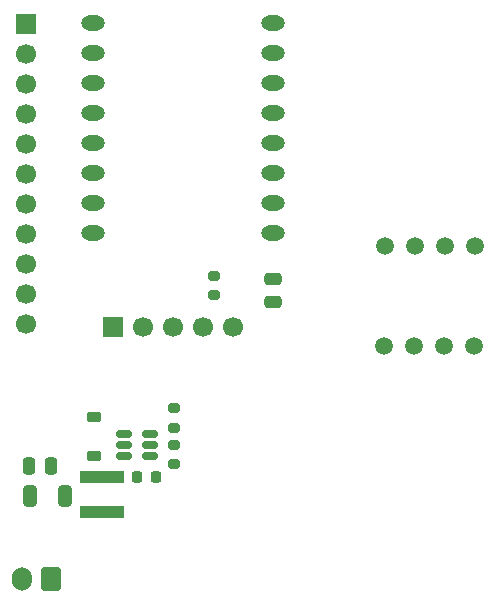
<source format=gts>
%TF.GenerationSoftware,KiCad,Pcbnew,9.0.7*%
%TF.CreationDate,2026-02-24T20:15:18+00:00*%
%TF.ProjectId,AD5M,4144354d-2e6b-4696-9361-645f70636258,rev?*%
%TF.SameCoordinates,Original*%
%TF.FileFunction,Soldermask,Top*%
%TF.FilePolarity,Negative*%
%FSLAX46Y46*%
G04 Gerber Fmt 4.6, Leading zero omitted, Abs format (unit mm)*
G04 Created by KiCad (PCBNEW 9.0.7) date 2026-02-24 20:15:18*
%MOMM*%
%LPD*%
G01*
G04 APERTURE LIST*
G04 Aperture macros list*
%AMRoundRect*
0 Rectangle with rounded corners*
0 $1 Rounding radius*
0 $2 $3 $4 $5 $6 $7 $8 $9 X,Y pos of 4 corners*
0 Add a 4 corners polygon primitive as box body*
4,1,4,$2,$3,$4,$5,$6,$7,$8,$9,$2,$3,0*
0 Add four circle primitives for the rounded corners*
1,1,$1+$1,$2,$3*
1,1,$1+$1,$4,$5*
1,1,$1+$1,$6,$7*
1,1,$1+$1,$8,$9*
0 Add four rect primitives between the rounded corners*
20,1,$1+$1,$2,$3,$4,$5,0*
20,1,$1+$1,$4,$5,$6,$7,0*
20,1,$1+$1,$6,$7,$8,$9,0*
20,1,$1+$1,$8,$9,$2,$3,0*%
G04 Aperture macros list end*
%ADD10R,1.700000X1.700000*%
%ADD11C,1.700000*%
%ADD12C,1.500000*%
%ADD13RoundRect,0.200000X0.275000X-0.200000X0.275000X0.200000X-0.275000X0.200000X-0.275000X-0.200000X0*%
%ADD14RoundRect,0.250000X0.600000X0.750000X-0.600000X0.750000X-0.600000X-0.750000X0.600000X-0.750000X0*%
%ADD15O,1.700000X2.000000*%
%ADD16RoundRect,0.225000X0.375000X-0.225000X0.375000X0.225000X-0.375000X0.225000X-0.375000X-0.225000X0*%
%ADD17RoundRect,0.250000X0.250000X0.475000X-0.250000X0.475000X-0.250000X-0.475000X0.250000X-0.475000X0*%
%ADD18RoundRect,0.250000X0.325000X0.650000X-0.325000X0.650000X-0.325000X-0.650000X0.325000X-0.650000X0*%
%ADD19RoundRect,0.250000X-0.475000X0.250000X-0.475000X-0.250000X0.475000X-0.250000X0.475000X0.250000X0*%
%ADD20R,3.700000X1.100000*%
%ADD21RoundRect,0.225000X0.225000X0.250000X-0.225000X0.250000X-0.225000X-0.250000X0.225000X-0.250000X0*%
%ADD22O,2.000000X1.300000*%
%ADD23RoundRect,0.150000X0.512500X0.150000X-0.512500X0.150000X-0.512500X-0.150000X0.512500X-0.150000X0*%
G04 APERTURE END LIST*
D10*
%TO.C,J3*%
X160430000Y-72350000D03*
D11*
X162970000Y-72350000D03*
X165510000Y-72350000D03*
X168050000Y-72350000D03*
X170590000Y-72350000D03*
%TD*%
D12*
%TO.C,U6*%
X183430000Y-65500000D03*
X185970000Y-65500000D03*
X188510000Y-65500000D03*
X191050000Y-65500000D03*
%TD*%
%TO.C,U5*%
X190990000Y-73950000D03*
X188450000Y-73950000D03*
X185910000Y-73950000D03*
X183370000Y-73950000D03*
%TD*%
D13*
%TO.C,R3*%
X168950000Y-69675000D03*
X168950000Y-68025000D03*
%TD*%
D14*
%TO.C,J1*%
X155200000Y-93675000D03*
D15*
X152700000Y-93675000D03*
%TD*%
D16*
%TO.C,D1*%
X158850000Y-83300000D03*
X158850000Y-80000000D03*
%TD*%
D17*
%TO.C,C1*%
X155200000Y-84150000D03*
X153300000Y-84150000D03*
%TD*%
D10*
%TO.C,J2*%
X153050000Y-46710000D03*
D11*
X153050000Y-49250000D03*
X153050000Y-51790000D03*
X153050000Y-54330000D03*
X153050000Y-56870000D03*
X153050000Y-59410000D03*
X153050000Y-61950000D03*
X153050000Y-64490000D03*
X153050000Y-67030000D03*
X153050000Y-69570000D03*
X153050000Y-72110000D03*
%TD*%
D18*
%TO.C,C4*%
X156325000Y-86650000D03*
X153375000Y-86650000D03*
%TD*%
D19*
%TO.C,C2*%
X173950000Y-68300000D03*
X173950000Y-70200000D03*
%TD*%
D20*
%TO.C,L1*%
X159450000Y-85050000D03*
X159450000Y-88050000D03*
%TD*%
D13*
%TO.C,R2*%
X165550000Y-80875000D03*
X165550000Y-79225000D03*
%TD*%
D21*
%TO.C,C3*%
X164025000Y-85050000D03*
X162475000Y-85050000D03*
%TD*%
D22*
%TO.C,U2*%
X158750000Y-46660000D03*
X158750000Y-49200000D03*
X158750000Y-51740000D03*
X158750000Y-54280000D03*
X158750000Y-56820000D03*
X158750000Y-59360000D03*
X158750000Y-61900000D03*
X158750000Y-64440000D03*
X173950000Y-64440000D03*
X173950000Y-61900000D03*
X173950000Y-59360000D03*
X173950000Y-56820000D03*
X173950000Y-54280000D03*
X173950000Y-51740000D03*
X173950000Y-49200000D03*
X173950000Y-46660000D03*
%TD*%
D13*
%TO.C,R1*%
X165550000Y-83975000D03*
X165550000Y-82325000D03*
%TD*%
D23*
%TO.C,U1*%
X163587500Y-83300000D03*
X163587500Y-82350000D03*
X163587500Y-81400000D03*
X161312500Y-81400000D03*
X161312500Y-82350000D03*
X161312500Y-83300000D03*
%TD*%
M02*

</source>
